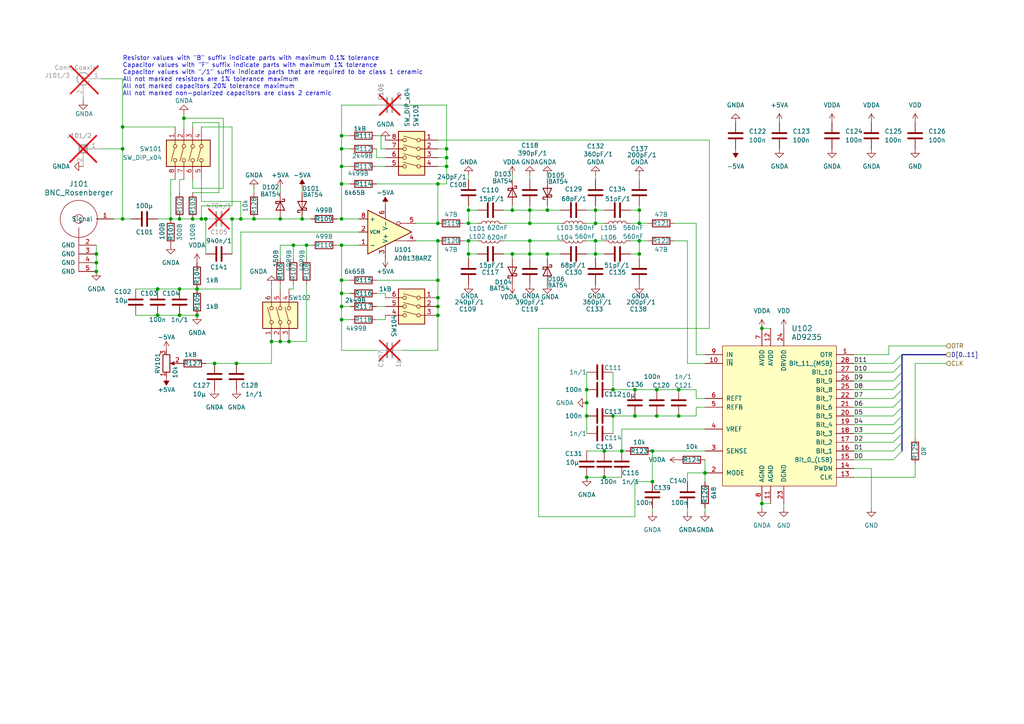
<source format=kicad_sch>
(kicad_sch (version 20250114) (generator "eeschema") (generator_version "9.0")
  (paper "A4")
  (title_block (title "MISRC") (date "2025-08-10") (rev "2.5") (comment 1 "Analog input + ADC"))
  (text "Resistor values with \"B\" suffix indicate parts with maximum 0.1% tolerance\nCapacitor values with \"F\" suffix indicate parts with maximum 1% tolerance\nCapacitor values with \"/1\" suffix indicate parts that are required to be class 1 ceramic\nAll not marked resistors are 1% tolerance maximum\nAll not marked capacitors 20% tolerance maximum\nAll not marked non-polarized capacitors are class 2 ceramic" (at 35.56 27.94 0) (effects (font (size 1.27 1.27)) (justify left bottom)))
  (junction (at 27.94 76.2))
  (junction (at 99.06 53.34))
  (junction (at 127 64.77))
  (junction (at 170.18 116.84))
  (junction (at 170.18 120.65))
  (junction (at 185.42 69.85))
  (junction (at 68.58 105.41))
  (junction (at 170.18 113.03))
  (junction (at 99.06 92.71))
  (junction (at 153.67 69.85))
  (junction (at 185.42 64.77))
  (junction (at 170.18 138.43))
  (junction (at 184.15 113.03))
  (junction (at 177.8 120.65))
  (junction (at 49.53 63.5))
  (junction (at 158.75 60.96))
  (junction (at 172.72 60.96))
  (junction (at 135.89 60.96))
  (junction (at 99.06 43.18))
  (junction (at 196.85 113.03))
  (junction (at 153.67 64.77))
  (junction (at 55.88 63.5))
  (junction (at 85.09 71.12))
  (junction (at 153.67 60.96))
  (junction (at 220.98 146.05))
  (junction (at 52.07 91.44))
  (junction (at 59.69 63.5))
  (junction (at 185.42 60.96))
  (junction (at 175.26 138.43))
  (junction (at 99.06 81.28))
  (junction (at 127 53.34))
  (junction (at 177.8 113.03))
  (junction (at 99.06 48.26))
  (junction (at 190.5 113.03))
  (junction (at 52.07 63.5))
  (junction (at 180.34 130.81))
  (junction (at 99.06 63.5))
  (junction (at 127 81.28))
  (junction (at 196.85 120.65))
  (junction (at 220.98 95.25))
  (junction (at 35.56 63.5))
  (junction (at 57.15 91.44))
  (junction (at 35.56 43.18))
  (junction (at 35.56 36.83))
  (junction (at 127 91.44))
  (junction (at 87.63 63.5))
  (junction (at 184.15 120.65))
  (junction (at 57.15 83.82))
  (junction (at 83.82 99.06))
  (junction (at 73.66 63.5))
  (junction (at 135.89 64.77))
  (junction (at 99.06 85.09))
  (junction (at 58.42 63.5))
  (junction (at 45.72 83.82))
  (junction (at 62.23 105.41))
  (junction (at 129.54 48.26))
  (junction (at 27.94 73.66))
  (junction (at 135.89 69.85))
  (junction (at 189.23 139.7))
  (junction (at 185.42 73.66))
  (junction (at 78.74 99.06))
  (junction (at 135.89 73.66))
  (junction (at 69.85 63.5))
  (junction (at 45.72 91.44))
  (junction (at 172.72 64.77))
  (junction (at 189.23 130.81))
  (junction (at 99.06 39.37))
  (junction (at 175.26 130.81))
  (junction (at 27.94 78.74))
  (junction (at 127 86.36))
  (junction (at 148.59 73.66))
  (junction (at 127 88.9))
  (junction (at 148.59 60.96))
  (junction (at 67.31 63.5))
  (junction (at 53.34 34.29))
  (junction (at 172.72 69.85))
  (junction (at 172.72 73.66))
  (junction (at 52.07 83.82))
  (junction (at 99.06 71.12))
  (junction (at 190.5 120.65))
  (junction (at 127 69.85))
  (junction (at 129.54 45.72))
  (junction (at 81.28 63.5))
  (junction (at 153.67 73.66))
  (junction (at 99.06 88.9))
  (junction (at 88.9 71.12))
  (junction (at 81.28 99.06))
  (junction (at 129.54 43.18))
  (junction (at 158.75 73.66))
  (junction (at 204.47 137.16))
  (bus_entry (at 261.62 110.49) (size -2.54 2.54))
  (bus_entry (at 261.62 128.27) (size -2.54 2.54))
  (bus_entry (at 261.62 105.41) (size -2.54 2.54))
  (bus_entry (at 261.62 115.57) (size -2.54 2.54))
  (bus_entry (at 261.62 130.81) (size -2.54 2.54))
  (bus_entry (at 261.62 123.19) (size -2.54 2.54))
  (bus_entry (at 261.62 113.03) (size -2.54 2.54))
  (bus_entry (at 261.62 102.87) (size -2.54 2.54))
  (bus_entry (at 261.62 125.73) (size -2.54 2.54))
  (bus_entry (at 261.62 120.65) (size -2.54 2.54))
  (bus_entry (at 261.62 118.11) (size -2.54 2.54))
  (bus_entry (at 261.62 107.95) (size -2.54 2.54))
  (wire (pts (xy 247.65 105.41) (xy 259.08 105.41)))
  (wire (pts (xy 69.85 63.5) (xy 73.66 63.5)))
  (wire (pts (xy 227.33 147.32) (xy 227.33 146.05)))
  (wire (pts (xy 45.72 63.5) (xy 49.53 63.5)))
  (wire (pts (xy 55.88 55.88) (xy 63.5 55.88)))
  (wire (pts (xy 62.23 105.41) (xy 68.58 105.41)))
  (wire (pts (xy 99.06 88.9) (xy 101.6 88.9)))
  (wire (pts (xy 109.22 45.72) (xy 111.76 45.72)))
  (wire (pts (xy 69.85 58.42) (xy 69.85 63.5)))
  (wire (pts (xy 265.43 105.41) (xy 265.43 127)))
  (wire (pts (xy 265.43 105.41) (xy 274.32 105.41)))
  (bus (pts (xy 261.62 105.41) (xy 261.62 107.95)))
  (wire (pts (xy 55.88 35.56) (xy 55.88 36.83)))
  (wire (pts (xy 58.42 63.5) (xy 59.69 63.5)))
  (wire (pts (xy 58.42 52.07) (xy 58.42 58.42)))
  (wire (pts (xy 27.94 73.66) (xy 27.94 76.2)))
  (wire (pts (xy 158.75 60.96) (xy 162.56 60.96)))
  (wire (pts (xy 99.06 53.34) (xy 99.06 63.5)))
  (wire (pts (xy 85.09 83.82) (xy 85.09 82.55)))
  (wire (pts (xy 58.42 58.42) (xy 69.85 58.42)))
  (wire (pts (xy 99.06 43.18) (xy 101.6 43.18)))
  (bus (pts (xy 261.62 120.65) (xy 261.62 123.19)))
  (wire (pts (xy 185.42 64.77) (xy 187.96 64.77)))
  (wire (pts (xy 158.75 73.66) (xy 158.75 74.93)))
  (wire (pts (xy 101.6 92.71) (xy 99.06 92.71)))
  (wire (pts (xy 153.67 60.96) (xy 153.67 64.77)))
  (wire (pts (xy 109.22 92.71) (xy 111.76 92.71)))
  (wire (pts (xy 172.72 60.96) (xy 175.26 60.96)))
  (wire (pts (xy 127 101.6) (xy 127 91.44)))
  (wire (pts (xy 172.72 64.77) (xy 175.26 64.77)))
  (wire (pts (xy 190.5 120.65) (xy 196.85 120.65)))
  (wire (pts (xy 129.54 53.34) (xy 127 53.34)))
  (wire (pts (xy 148.59 73.66) (xy 153.67 73.66)))
  (wire (pts (xy 247.65 107.95) (xy 259.08 107.95)))
  (bus (pts (xy 261.62 128.27) (xy 261.62 130.81)))
  (wire (pts (xy 146.05 64.77) (xy 153.67 64.77)))
  (wire (pts (xy 257.81 102.87) (xy 257.81 100.33)))
  (wire (pts (xy 88.9 82.55) (xy 88.9 99.06)))
  (wire (pts (xy 204.47 137.16) (xy 204.47 139.7)))
  (wire (pts (xy 67.31 63.5) (xy 67.31 73.66)))
  (wire (pts (xy 184.15 113.03) (xy 190.5 113.03)))
  (wire (pts (xy 170.18 113.03) (xy 170.18 116.84)))
  (wire (pts (xy 111.76 85.09) (xy 111.76 86.36)))
  (wire (pts (xy 265.43 134.62) (xy 265.43 138.43)))
  (wire (pts (xy 220.98 146.05) (xy 220.98 147.32)))
  (wire (pts (xy 177.8 107.95) (xy 177.8 113.03)))
  (wire (pts (xy 247.65 110.49) (xy 259.08 110.49)))
  (wire (pts (xy 177.8 113.03) (xy 184.15 113.03)))
  (wire (pts (xy 189.23 139.7) (xy 184.15 139.7)))
  (wire (pts (xy 27.94 71.12) (xy 27.94 73.66)))
  (bus (pts (xy 261.62 123.19) (xy 261.62 125.73)))
  (wire (pts (xy 195.58 64.77) (xy 201.93 64.77)))
  (wire (pts (xy 182.88 64.77) (xy 185.42 64.77)))
  (wire (pts (xy 88.9 74.93) (xy 88.9 71.12)))
  (wire (pts (xy 35.56 43.18) (xy 35.56 63.5)))
  (wire (pts (xy 81.28 71.12) (xy 81.28 74.93)))
  (bus (pts (xy 261.62 125.73) (xy 261.62 128.27)))
  (wire (pts (xy 220.98 95.25) (xy 223.52 95.25)))
  (wire (pts (xy 55.88 63.5) (xy 58.42 63.5)))
  (wire (pts (xy 129.54 48.26) (xy 129.54 53.34)))
  (wire (pts (xy 182.88 60.96) (xy 185.42 60.96)))
  (wire (pts (xy 83.82 83.82) (xy 85.09 83.82)))
  (wire (pts (xy 116.84 101.6) (xy 127 101.6)))
  (wire (pts (xy 170.18 138.43) (xy 175.26 138.43)))
  (wire (pts (xy 148.59 73.66) (xy 148.59 74.93)))
  (wire (pts (xy 99.06 30.48) (xy 109.22 30.48)))
  (wire (pts (xy 177.8 120.65) (xy 184.15 120.65)))
  (wire (pts (xy 127 69.85) (xy 127 81.28)))
  (bus (pts (xy 261.62 102.87) (xy 274.32 102.87)))
  (wire (pts (xy 148.59 60.96) (xy 153.67 60.96)))
  (wire (pts (xy 170.18 120.65) (xy 170.18 125.73)))
  (bus (pts (xy 261.62 113.03) (xy 261.62 115.57)))
  (wire (pts (xy 83.82 99.06) (xy 88.9 99.06)))
  (wire (pts (xy 87.63 54.61) (xy 87.63 55.88)))
  (wire (pts (xy 148.59 50.8) (xy 148.59 52.07)))
  (wire (pts (xy 63.5 55.88) (xy 63.5 35.56)))
  (wire (pts (xy 189.23 130.81) (xy 189.23 139.7)))
  (wire (pts (xy 127 40.64) (xy 205.74 40.64)))
  (wire (pts (xy 180.34 124.46) (xy 204.47 124.46)))
  (wire (pts (xy 53.34 34.29) (xy 53.34 36.83)))
  (wire (pts (xy 135.89 73.66) (xy 138.43 73.66)))
  (wire (pts (xy 175.26 130.81) (xy 180.34 130.81)))
  (wire (pts (xy 146.05 60.96) (xy 148.59 60.96)))
  (wire (pts (xy 182.88 73.66) (xy 185.42 73.66)))
  (wire (pts (xy 58.42 36.83) (xy 67.31 36.83)))
  (wire (pts (xy 29.21 43.18) (xy 35.56 43.18)))
  (wire (pts (xy 252.73 135.89) (xy 252.73 147.32)))
  (wire (pts (xy 49.53 52.07) (xy 49.53 63.5)))
  (wire (pts (xy 204.47 133.35) (xy 204.47 137.16)))
  (wire (pts (xy 85.09 71.12) (xy 81.28 71.12)))
  (wire (pts (xy 33.02 63.5) (xy 35.56 63.5)))
  (wire (pts (xy 73.66 54.61) (xy 73.66 55.88)))
  (wire (pts (xy 185.42 50.8) (xy 185.42 52.07)))
  (wire (pts (xy 39.37 91.44) (xy 45.72 91.44)))
  (wire (pts (xy 189.23 147.32) (xy 189.23 148.59)))
  (wire (pts (xy 127 88.9) (xy 127 91.44)))
  (wire (pts (xy 172.72 69.85) (xy 172.72 73.66)))
  (wire (pts (xy 156.21 149.86) (xy 184.15 149.86)))
  (wire (pts (xy 247.65 128.27) (xy 259.08 128.27)))
  (wire (pts (xy 153.67 69.85) (xy 153.67 73.66)))
  (wire (pts (xy 78.74 99.06) (xy 81.28 99.06)))
  (wire (pts (xy 153.67 73.66) (xy 158.75 73.66)))
  (wire (pts (xy 78.74 82.55) (xy 78.74 83.82)))
  (wire (pts (xy 247.65 118.11) (xy 259.08 118.11)))
  (wire (pts (xy 50.8 52.07) (xy 49.53 52.07)))
  (wire (pts (xy 101.6 39.37) (xy 99.06 39.37)))
  (wire (pts (xy 201.93 120.65) (xy 201.93 118.11)))
  (wire (pts (xy 204.47 137.16) (xy 199.39 137.16)))
  (wire (pts (xy 59.69 105.41) (xy 62.23 105.41)))
  (wire (pts (xy 201.93 115.57) (xy 201.93 113.03)))
  (wire (pts (xy 29.21 22.86) (xy 35.56 22.86)))
  (wire (pts (xy 49.53 63.5) (xy 52.07 63.5)))
  (wire (pts (xy 39.37 83.82) (xy 45.72 83.82)))
  (wire (pts (xy 101.6 85.09) (xy 99.06 85.09)))
  (wire (pts (xy 135.89 69.85) (xy 138.43 69.85)))
  (wire (pts (xy 99.06 63.5) (xy 104.14 63.5)))
  (wire (pts (xy 99.06 101.6) (xy 109.22 101.6)))
  (wire (pts (xy 99.06 71.12) (xy 104.14 71.12)))
  (wire (pts (xy 55.88 52.07) (xy 55.88 54.61)))
  (wire (pts (xy 57.15 83.82) (xy 69.85 83.82)))
  (wire (pts (xy 247.65 125.73) (xy 259.08 125.73)))
  (wire (pts (xy 109.22 39.37) (xy 110.49 39.37)))
  (wire (pts (xy 64.77 34.29) (xy 53.34 34.29)))
  (wire (pts (xy 153.67 59.69) (xy 153.67 60.96)))
  (wire (pts (xy 135.89 69.85) (xy 134.62 69.85)))
  (wire (pts (xy 99.06 48.26) (xy 99.06 53.34)))
  (wire (pts (xy 116.84 30.48) (xy 129.54 30.48)))
  (wire (pts (xy 111.76 91.44) (xy 111.76 92.71)))
  (wire (pts (xy 58.42 63.5) (xy 58.42 59.69)))
  (wire (pts (xy 135.89 64.77) (xy 138.43 64.77)))
  (wire (pts (xy 52.07 52.07) (xy 52.07 55.88)))
  (wire (pts (xy 247.65 130.81) (xy 259.08 130.81)))
  (wire (pts (xy 127 45.72) (xy 129.54 45.72)))
  (wire (pts (xy 67.31 59.69) (xy 67.31 36.83)))
  (wire (pts (xy 135.89 50.8) (xy 135.89 52.07)))
  (wire (pts (xy 172.72 59.69) (xy 172.72 60.96)))
  (wire (pts (xy 81.28 82.55) (xy 81.28 83.82)))
  (wire (pts (xy 109.22 85.09) (xy 111.76 85.09)))
  (wire (pts (xy 87.63 63.5) (xy 90.17 63.5)))
  (wire (pts (xy 185.42 59.69) (xy 185.42 60.96)))
  (wire (pts (xy 220.98 146.05) (xy 223.52 146.05)))
  (bus (pts (xy 261.62 118.11) (xy 261.62 120.65)))
  (wire (pts (xy 153.67 64.77) (xy 162.56 64.77)))
  (wire (pts (xy 99.06 85.09) (xy 99.06 81.28)))
  (wire (pts (xy 127 48.26) (xy 129.54 48.26)))
  (wire (pts (xy 185.42 69.85) (xy 187.96 69.85)))
  (wire (pts (xy 53.34 52.07) (xy 52.07 52.07)))
  (wire (pts (xy 120.65 64.77) (xy 127 64.77)))
  (wire (pts (xy 199.39 69.85) (xy 199.39 105.41)))
  (wire (pts (xy 67.31 63.5) (xy 69.85 63.5)))
  (wire (pts (xy 205.74 95.25) (xy 156.21 95.25)))
  (wire (pts (xy 204.47 115.57) (xy 201.93 115.57)))
  (wire (pts (xy 81.28 63.5) (xy 87.63 63.5)))
  (wire (pts (xy 135.89 60.96) (xy 135.89 64.77)))
  (wire (pts (xy 99.06 88.9) (xy 99.06 92.71)))
  (wire (pts (xy 185.42 69.85) (xy 185.42 73.66)))
  (wire (pts (xy 50.8 36.83) (xy 35.56 36.83)))
  (wire (pts (xy 110.49 43.18) (xy 111.76 43.18)))
  (wire (pts (xy 109.22 88.9) (xy 111.76 88.9)))
  (wire (pts (xy 69.85 67.31) (xy 69.85 83.82)))
  (wire (pts (xy 158.75 50.8) (xy 158.75 52.07)))
  (wire (pts (xy 247.65 102.87) (xy 257.81 102.87)))
  (wire (pts (xy 63.5 35.56) (xy 55.88 35.56)))
  (wire (pts (xy 199.39 105.41) (xy 204.47 105.41)))
  (wire (pts (xy 201.93 118.11) (xy 204.47 118.11)))
  (wire (pts (xy 170.18 64.77) (xy 172.72 64.77)))
  (wire (pts (xy 64.77 34.29) (xy 64.77 54.61)))
  (wire (pts (xy 170.18 73.66) (xy 172.72 73.66)))
  (wire (pts (xy 127 81.28) (xy 127 86.36)))
  (wire (pts (xy 153.67 69.85) (xy 162.56 69.85)))
  (wire (pts (xy 170.18 69.85) (xy 172.72 69.85)))
  (wire (pts (xy 53.34 33.02) (xy 53.34 34.29)))
  (wire (pts (xy 153.67 74.93) (xy 153.67 73.66)))
  (wire (pts (xy 109.22 53.34) (xy 127 53.34)))
  (wire (pts (xy 180.34 130.81) (xy 181.61 130.81)))
  (wire (pts (xy 195.58 69.85) (xy 199.39 69.85)))
  (wire (pts (xy 146.05 73.66) (xy 148.59 73.66)))
  (wire (pts (xy 27.94 76.2) (xy 27.94 78.74)))
  (wire (pts (xy 45.72 83.82) (xy 52.07 83.82)))
  (wire (pts (xy 177.8 120.65) (xy 177.8 125.73)))
  (wire (pts (xy 129.54 45.72) (xy 129.54 48.26)))
  (wire (pts (xy 109.22 48.26) (xy 111.76 48.26)))
  (wire (pts (xy 247.65 138.43) (xy 265.43 138.43)))
  (wire (pts (xy 204.47 102.87) (xy 201.93 102.87)))
  (bus (pts (xy 261.62 102.87) (xy 261.62 105.41)))
  (wire (pts (xy 190.5 113.03) (xy 196.85 113.03)))
  (wire (pts (xy 158.75 59.69) (xy 158.75 60.96)))
  (wire (pts (xy 99.06 43.18) (xy 99.06 48.26)))
  (wire (pts (xy 196.85 120.65) (xy 201.93 120.65)))
  (wire (pts (xy 201.93 102.87) (xy 201.93 64.77)))
  (wire (pts (xy 135.89 59.69) (xy 135.89 60.96)))
  (wire (pts (xy 52.07 83.82) (xy 57.15 83.82)))
  (wire (pts (xy 135.89 73.66) (xy 135.89 69.85)))
  (wire (pts (xy 170.18 60.96) (xy 172.72 60.96)))
  (wire (pts (xy 99.06 88.9) (xy 99.06 85.09)))
  (wire (pts (xy 97.79 63.5) (xy 99.06 63.5)))
  (wire (pts (xy 59.69 63.5) (xy 59.69 73.66)))
  (wire (pts (xy 205.74 40.64) (xy 205.74 95.25)))
  (wire (pts (xy 24.13 27.94) (xy 24.13 29.21)))
  (wire (pts (xy 58.42 59.69) (xy 67.31 59.69)))
  (wire (pts (xy 55.88 54.61) (xy 64.77 54.61)))
  (wire (pts (xy 185.42 74.93) (xy 185.42 73.66)))
  (wire (pts (xy 99.06 81.28) (xy 101.6 81.28)))
  (wire (pts (xy 127 86.36) (xy 127 88.9)))
  (wire (pts (xy 199.39 148.59) (xy 199.39 147.32)))
  (wire (pts (xy 247.65 120.65) (xy 259.08 120.65)))
  (wire (pts (xy 45.72 91.44) (xy 52.07 91.44)))
  (wire (pts (xy 247.65 115.57) (xy 259.08 115.57)))
  (wire (pts (xy 172.72 50.8) (xy 172.72 52.07)))
  (wire (pts (xy 127 53.34) (xy 127 64.77)))
  (wire (pts (xy 182.88 69.85) (xy 185.42 69.85)))
  (wire (pts (xy 97.79 71.12) (xy 99.06 71.12)))
  (wire (pts (xy 170.18 116.84) (xy 170.18 120.65)))
  (wire (pts (xy 172.72 73.66) (xy 175.26 73.66)))
  (wire (pts (xy 189.23 130.81) (xy 204.47 130.81)))
  (wire (pts (xy 73.66 63.5) (xy 81.28 63.5)))
  (wire (pts (xy 172.72 60.96) (xy 172.72 64.77)))
  (wire (pts (xy 99.06 81.28) (xy 99.06 71.12)))
  (wire (pts (xy 35.56 36.83) (xy 35.56 43.18)))
  (wire (pts (xy 109.22 43.18) (xy 109.22 45.72)))
  (wire (pts (xy 69.85 67.31) (xy 104.14 67.31)))
  (wire (pts (xy 148.59 59.69) (xy 148.59 60.96)))
  (wire (pts (xy 247.65 135.89) (xy 252.73 135.89)))
  (wire (pts (xy 247.65 113.03) (xy 259.08 113.03)))
  (wire (pts (xy 153.67 60.96) (xy 158.75 60.96)))
  (wire (pts (xy 127 43.18) (xy 129.54 43.18)))
  (wire (pts (xy 85.09 74.93) (xy 85.09 71.12)))
  (wire (pts (xy 68.58 105.41) (xy 78.74 105.41)))
  (wire (pts (xy 88.9 71.12) (xy 85.09 71.12)))
  (wire (pts (xy 135.89 64.77) (xy 134.62 64.77)))
  (wire (pts (xy 184.15 139.7) (xy 184.15 149.86)))
  (wire (pts (xy 158.75 73.66) (xy 162.56 73.66)))
  (wire (pts (xy 109.22 81.28) (xy 127 81.28)))
  (wire (pts (xy 146.05 69.85) (xy 153.67 69.85)))
  (wire (pts (xy 52.07 63.5) (xy 55.88 63.5)))
  (wire (pts (xy 170.18 130.81) (xy 175.26 130.81)))
  (wire (pts (xy 247.65 123.19) (xy 259.08 123.19)))
  (wire (pts (xy 172.72 69.85) (xy 175.26 69.85)))
  (bus (pts (xy 261.62 115.57) (xy 261.62 118.11)))
  (wire (pts (xy 35.56 22.86) (xy 35.56 36.83)))
  (wire (pts (xy 129.54 30.48) (xy 129.54 43.18)))
  (wire (pts (xy 99.06 39.37) (xy 99.06 30.48)))
  (wire (pts (xy 38.1 63.5) (xy 35.56 63.5)))
  (wire (pts (xy 99.06 92.71) (xy 99.06 101.6)))
  (wire (pts (xy 99.06 53.34) (xy 101.6 53.34)))
  (wire (pts (xy 153.67 50.8) (xy 153.67 52.07)))
  (wire (pts (xy 175.26 138.43) (xy 180.34 138.43)))
  (wire (pts (xy 99.06 39.37) (xy 99.06 43.18)))
  (wire (pts (xy 52.07 91.44) (xy 57.15 91.44)))
  (wire (pts (xy 204.47 147.32) (xy 204.47 148.59)))
  (wire (pts (xy 135.89 74.93) (xy 135.89 73.66)))
  (wire (pts (xy 184.15 120.65) (xy 190.5 120.65)))
  (wire (pts (xy 196.85 113.03) (xy 201.93 113.03)))
  (wire (pts (xy 110.49 39.37) (xy 110.49 43.18)))
  (bus (pts (xy 261.62 110.49) (xy 261.62 113.03)))
  (wire (pts (xy 172.72 74.93) (xy 172.72 73.66)))
  (wire (pts (xy 247.65 133.35) (xy 259.08 133.35)))
  (wire (pts (xy 88.9 71.12) (xy 90.17 71.12)))
  (wire (pts (xy 120.65 69.85) (xy 127 69.85)))
  (wire (pts (xy 135.89 60.96) (xy 138.43 60.96)))
  (wire (pts (xy 78.74 99.06) (xy 78.74 105.41)))
  (wire (pts (xy 199.39 137.16) (xy 199.39 139.7)))
  (wire (pts (xy 257.81 100.33) (xy 274.32 100.33)))
  (wire (pts (xy 99.06 48.26) (xy 101.6 48.26)))
  (bus (pts (xy 261.62 107.95) (xy 261.62 110.49)))
  (wire (pts (xy 81.28 54.61) (xy 81.28 55.88)))
  (wire (pts (xy 129.54 43.18) (xy 129.54 45.72)))
  (wire (pts (xy 81.28 99.06) (xy 83.82 99.06)))
  (wire (pts (xy 180.34 130.81) (xy 180.34 124.46)))
  (wire (pts (xy 156.21 95.25) (xy 156.21 149.86)))
  (wire (pts (xy 170.18 107.95) (xy 170.18 113.03)))
  (wire (pts (xy 185.42 60.96) (xy 185.42 64.77)))
  (label "D7" (at 247.65 115.57 0))
  (label "D6" (at 247.65 118.11 0))
  (label "D1" (at 247.65 130.81 0))
  (label "D10" (at 247.65 107.95 0))
  (label "D2" (at 247.65 128.27 0))
  (label "D11" (at 247.65 105.41 0))
  (label "D8" (at 247.65 113.03 0))
  (label "D4" (at 247.65 123.19 0))
  (label "D9" (at 247.65 110.49 0))
  (label "D5" (at 247.65 120.65 0))
  (label "D0" (at 247.65 133.35 0))
  (label "D3" (at 247.65 125.73 0))
  (hierarchical_label "CLK" (shape input) (at 274.32 105.41 0))
  (hierarchical_label "OTR" (shape input) (at 274.32 100.33 0))
  (hierarchical_label "D[0..11]" (shape input) (at 274.32 102.87 0))
  (symbol (lib_id "Device:R") (at 191.77 69.85 90) (unit 1)
    (property "Reference" "R122" (at 191.77 69.85 90))
    (property "Value" "47B" (at 191.77 72.39 90))
    (property "Footprint" "Resistor_SMD:R_0603_1608Metric" (effects (hide yes)))
    (property "Manufacturer_Part_Number" "RT0603BRD0747RL" (effects (hide yes)))
    (property "LCSC Part #" "C326724" (effects (hide yes)))
    (property "Max Tolerance" "0.1%" (effects (hide yes)))
  )
  (symbol (lib_id "Device:D_Schottky") (at 148.59 55.88 270) (unit 1)
    (property "Reference" "D103" (at 143.256 50.4824 90) (effects (justify left)))
    (property "Value" "BAT54" (at 142.748 52.5144 90) (effects (justify left)))
    (property "Footprint" "Diode_SMD:D_SOD-323" (effects (hide yes)))
    (property "Description" "Schottky diode" (effects (hide yes)))
    (property "Manufacturer_Part_Number" "BAT54H" (effects (hide yes)))
    (property "LCSC Part #" "C5381403" (effects (hide yes)))
  )
  (symbol (lib_id "Device:R") (at 204.47 143.51 180) (unit 1)
    (property "Reference" "R126" (at 204.47 146.05 90) (effects (justify right)))
    (property "Value" "6k8" (at 207.01 144.78 90) (effects (justify right)))
    (property "Footprint" "Resistor_SMD:R_0603_1608Metric" (effects (hide yes)))
    (property "Manufacturer_Part_Number" "0603WAF6801T5E" (effects (hide yes)))
    (property "LCSC Part #" "C23212" (effects (hide yes)))
    (property "Max Tolerance" "0.1%" (effects (hide yes)))
  )
  (symbol (lib_id "Device:C") (at 173.99 120.65 90) (unit 1)
    (property "Reference" "C113" (at 177.8 119.38 90))
    (property "Value" "100n" (at 166.37 120.65 90))
    (property "Footprint" "Capacitor_SMD:C_0603_1608Metric" (effects (hide yes)))
    (property "Manufacturer_Part_Number" "CC0603KRX7R9BB104" (effects (hide yes)))
    (property "LCSC Part #" "C14663" (effects (hide yes)))
    (property "Max Tolerance" "10%" (effects (hide yes)))
    (property "Capacitor Ceramic" "X7R" (effects (hide yes)))
  )
  (symbol (lib_id "power:GNDA") (at 24.13 48.26 270) (unit 1)
    (property "Reference" "#PWR0253" (effects (hide yes)))
    (property "Value" "GNDA" (at 20.32 48.26 90) (effects (justify right)))
  )
  (symbol (lib_id "Device:L") (at 142.24 69.85 270) (unit 1)
    (property "Reference" "L102" (at 138.43 68.58 90))
    (property "Value" "620nF" (at 144.272 68.834 90))
    (property "Footprint" "Inductor_SMD:L_1008_2520Metric" (effects (hide yes)))
    (property "Description" "Inductor" (effects (hide yes)))
    (property "Manufacturer_Part_Number" "FEC1008CP-R62G-LRH" (effects (hide yes)))
    (property "LCSC Part #" "C346452" (effects (hide yes)))
    (property "Max Tolerance" "2%" (effects (hide yes)))
  )
  (symbol (lib_id "Device:C") (at 241.3 39.37 0) (unit 1)
    (property "Reference" "C124" (at 245.11 38.1 0) (effects (justify left)))
    (property "Value" "100n" (at 245.11 40.64 0) (effects (justify left)))
    (property "Footprint" "Capacitor_SMD:C_0603_1608Metric" (effects (hide yes)))
    (property "Manufacturer_Part_Number" "CC0603KRX7R9BB104" (effects (hide yes)))
    (property "LCSC Part #" "C14663" (effects (hide yes)))
    (property "Max Tolerance" "10%" (effects (hide yes)))
    (property "Capacitor Ceramic" "X7R" (effects (hide yes)))
  )
  (symbol (lib_id "power:GND") (at 252.73 147.32 0) (unit 1)
    (property "Reference" "#PWR0138" (effects (hide yes)))
    (property "Value" "GND" (at 252.73 152.4 0))
  )
  (symbol (lib_id "power:GNDA") (at 241.3 43.18 0) (unit 1)
    (property "Reference" "#PWR0137" (effects (hide yes)))
    (property "Value" "GNDA" (at 241.3 48.26 0))
  )
  (symbol (lib_id "power:GNDA") (at 57.15 91.44 0) (unit 1)
    (property "Reference" "#PWR0114" (effects (hide yes)))
    (property "Value" "GNDA" (at 57.15 96.52 0))
  )
  (symbol (lib_id "Device:R") (at 130.81 69.85 90) (unit 1)
    (property "Reference" "R120" (at 130.81 69.85 90))
    (property "Value" "47B" (at 130.81 72.39 90))
    (property "Footprint" "Resistor_SMD:R_0603_1608Metric" (effects (hide yes)))
    (property "Manufacturer_Part_Number" "RT0603BRD0747RL" (effects (hide yes)))
    (property "LCSC Part #" "C326724" (effects (hide yes)))
    (property "Max Tolerance" "0.1%" (effects (hide yes)))
  )
  (symbol (lib_id "Device:D_Schottky") (at 87.63 59.69 90) (unit 1)
    (property "Reference" "D101" (at 92.71 54.6736 90) (effects (justify left)))
    (property "Value" "BAT54" (at 93.726 56.4516 90) (effects (justify left)))
    (property "Footprint" "Diode_SMD:D_SOD-323" (effects (hide yes)))
    (property "Description" "Schottky diode" (effects (hide yes)))
    (property "Manufacturer_Part_Number" "BAT54H" (effects (hide yes)))
    (property "LCSC Part #" "C5381403" (effects (hide yes)))
  )
  (symbol (lib_id "Device:C") (at 184.15 116.84 0) (unit 1)
    (property "Reference" "C136" (at 181.61 111.506 0) (effects (justify left)))
    (property "Value" "10µ" (at 180.34 114.554 0) (effects (justify left)))
    (property "Footprint" "Capacitor_SMD:C_0805_2012Metric" (effects (hide yes)))
    (property "Manufacturer_Part_Number" "GRM21BR61H106KE43L" (effects (hide yes)))
    (property "LCSC Part #" "C440198" (effects (hide yes)))
    (property "Max Tolerance" "20%" (effects (hide yes)))
    (property "Capacitor Ceramic" "X7R" (effects (hide yes)))
  )
  (symbol (lib_id "power:GNDA") (at 49.53 71.12 0) (unit 1)
    (property "Reference" "#PWR0111" (effects (hide yes)))
    (property "Value" "GNDA" (at 49.53 76.2 0))
  )
  (symbol (lib_id "power:GNDA") (at 153.67 82.55 0) (unit 1)
    (property "Reference" "#PWR293" (effects (hide yes)))
    (property "Value" "GNDA" (at 153.924 85.852 0))
  )
  (symbol (lib_id "power:+5VA") (at 48.26 101.6 0) (unit 1)
    (property "Reference" "#PWR0206" (effects (hide yes)))
    (property "Value" "-5VA" (at 48.26 97.79 0))
  )
  (symbol (lib_id "Device:R") (at 265.43 130.81 0) (unit 1)
    (property "Reference" "R125" (at 265.43 128.27 90) (effects (justify right)))
    (property "Value" "0R" (at 267.97 129.54 90) (effects (justify right)))
    (property "Footprint" "Resistor_SMD:R_0603_1608Metric" (effects (hide yes)))
    (property "Manufacturer_Part_Number" "0603WAF0000T5E" (effects (hide yes)))
    (property "LCSC Part #" "C21189" (effects (hide yes)))
  )
  (symbol (lib_id "Device:C") (at 113.03 30.48 90) (unit 1) (dnp yes)
    (property "Reference" "C106" (at 110.49 29.21 0) (effects (justify left)))
    (property "Value" "1p" (at 115.57 29.21 0) (effects (justify left)))
    (property "Footprint" "Capacitor_SMD:C_0603_1608Metric" (effects (hide yes)))
    (property "Capacitor Ceramic" "NP0/C0G" (effects (hide yes)))
  )
  (symbol (lib_id "power:VDDA") (at 196.85 133.35 90) (unit 1)
    (property "Reference" "#PWR0210" (effects (hide yes)))
    (property "Value" "VDDA" (at 193.04 133.3499 90) (effects (justify left)))
  )
  (symbol (lib_id "power:GNDA") (at 170.18 138.43 0) (unit 1)
    (property "Reference" "#PWR0122" (effects (hide yes)))
    (property "Value" "GNDA" (at 170.18 143.51 0))
  )
  (symbol (lib_id "Connector_Generic_Shielded:Conn_01x01_Shielded") (at 24.13 43.18 0) (mirror y) (unit 1) (dnp yes)
    (property "Reference" "J101/2" (at 26.67 39.37 0) (effects (justify left)))
    (property "Value" "Conn_01x01_Shielded" (effects (hide yes)))
    (property "Footprint" "Footprints:SMA_Amphenol_901-144_Horizontal" (effects (hide yes)))
    (property "Manufacturer_Part_Number" "CONSMA002-L-G" (effects (hide yes)))
  )
  (symbol (lib_id "power:GNDA") (at 158.75 50.8 180) (unit 1)
    (property "Reference" "#PWR297" (effects (hide yes)))
    (property "Value" "GNDA" (at 158.75 46.99 0))
  )
  (symbol (lib_id "Device:C") (at 170.18 134.62 0) (unit 1)
    (property "Reference" "C131" (at 163.83 131.572 0) (effects (justify left)))
    (property "Value" "10µ" (at 164.084 134.112 0) (effects (justify left)))
    (property "Footprint" "Capacitor_SMD:C_0805_2012Metric" (effects (hide yes)))
    (property "Manufacturer_Part_Number" "GRM21BR61H106KE43L" (effects (hide yes)))
    (property "LCSC Part #" "C440198" (effects (hide yes)))
    (property "Max Tolerance" "20%" (effects (hide yes)))
    (property "Capacitor Ceramic" "X7R" (effects (hide yes)))
  )
  (symbol (lib_id "power:GND") (at 265.43 43.18 0) (unit 1)
    (property "Reference" "#PWR0142" (effects (hide yes)))
    (property "Value" "GND" (at 265.43 48.26 0))
  )
  (symbol (lib_id "power:GNDA") (at 252.73 43.18 0) (unit 1)
    (property "Reference" "#PWR0140" (effects (hide yes)))
    (property "Value" "GNDA" (at 252.73 48.26 0))
  )
  (symbol (lib_id "power:VDD") (at 265.43 35.56 0) (unit 1)
    (property "Reference" "#PWR0141" (effects (hide yes)))
    (property "Value" "VDD" (at 265.43 30.48 0))
  )
  (symbol (lib_id "power:GNDA") (at 185.42 82.55 0) (unit 1)
    (property "Reference" "#PWR396" (effects (hide yes)))
    (property "Value" "GNDA" (at 185.674 85.852 0))
  )
  (symbol (lib_id "Connector:Conn_Coaxial") (at 24.13 22.86 0) (mirror y) (unit 1) (dnp yes)
    (property "Reference" "J101/3" (at 20.32 21.8831 0) (effects (justify left)))
    (property "Value" "Conn_Coaxial" (at 28.702 19.5971 0) (effects (justify left)))
    (property "Footprint" "Connector_Coaxial:BNC_Amphenol_B6252HB-NPP3G-50_Horizontal" (effects (hide yes)))
    (property "Description" "coaxial connector (BNC, SMA, SMB, SMC, Cinch/RCA, LEMO, ...)" (effects (hide yes)))
  )
  (symbol (lib_id "Device:C") (at 213.36 39.37 0) (unit 1)
    (property "Reference" "C122" (at 217.17 38.1 0) (effects (justify left)))
    (property "Value" "100n" (at 217.17 40.64 0) (effects (justify left)))
    (property "Footprint" "Capacitor_SMD:C_0603_1608Metric" (effects (hide yes)))
    (property "Manufacturer_Part_Number" "CC0603KRX7R9BB104" (effects (hide yes)))
    (property "LCSC Part #" "C14663" (effects (hide yes)))
    (property "Max Tolerance" "10%" (effects (hide yes)))
    (property "Capacitor Ceramic" "X7R" (effects (hide yes)))
  )
  (symbol (lib_id "Device:L") (at 142.24 64.77 90) (unit 1)
    (property "Reference" "L101" (at 138.43 66.294 90))
    (property "Value" "620nF" (at 144.272 66.04 90))
    (property "Footprint" "Inductor_SMD:L_1008_2520Metric" (effects (hide yes)))
    (property "Description" "Inductor" (effects (hide yes)))
    (property "Manufacturer_Part_Number" "FEC1008CP-R62G-LRH" (effects (hide yes)))
    (property "LCSC Part #" "C346452" (effects (hide yes)))
    (property "Max Tolerance" "2%" (effects (hide yes)))
  )
  (symbol (lib_id "Device:R") (at 81.28 78.74 0) (mirror y) (unit 1)
    (property "Reference" "R106" (at 81.28 76.2 90) (effects (justify right)))
    (property "Value" "150B" (at 80.01 72.39 90) (effects (justify right)))
    (property "Footprint" "Resistor_SMD:R_0603_1608Metric" (effects (hide yes)))
    (property "Manufacturer_Part_Number" "RT0603BRD07150RL" (effects (hide yes)))
    (property "LCSC Part #" "C705726" (effects (hide yes)))
    (property "Max Tolerance" "0.1%" (effects (hide yes)))
  )
  (symbol (lib_id "Device:C") (at 252.73 39.37 0) (unit 1)
    (property "Reference" "C125" (at 256.54 38.1 0) (effects (justify left)))
    (property "Value" "100n" (at 256.54 40.64 0) (effects (justify left)))
    (property "Footprint" "Capacitor_SMD:C_0603_1608Metric" (effects (hide yes)))
    (property "Manufacturer_Part_Number" "CC0603KRX7R9BB104" (effects (hide yes)))
    (property "LCSC Part #" "C14663" (effects (hide yes)))
    (property "Max Tolerance" "10%" (effects (hide yes)))
    (property "Capacitor Ceramic" "X7R" (effects (hide yes)))
  )
  (symbol (lib_id "power:GND") (at 227.33 147.32 0) (unit 1)
    (property "Reference" "#PWR0133" (effects (hide yes)))
    (property "Value" "GND" (at 227.33 152.4 0))
  )
  (symbol (lib_id "Device:R") (at 105.41 88.9 90) (unit 1)
    (property "Reference" "R117" (at 105.41 88.9 90))
    (property "Value" "2k49B" (at 103.124 87.122 90))
    (property "Footprint" "Resistor_SMD:R_0603_1608Metric" (effects (hide yes)))
    (property "Manufacturer_Part_Number" "RT0603BRD072K49L" (effects (hide yes)))
    (property "LCSC Part #" "C861299" (effects (hide yes)))
    (property "Max Tolerance" "0.1%" (effects (hide yes)))
  )
  (symbol (lib_id "Device:R") (at 105.41 85.09 90) (unit 1)
    (property "Reference" "R116" (at 105.41 85.09 90))
    (property "Value" "1kB" (at 111.76 83.82 90))
    (property "Footprint" "Resistor_SMD:R_0603_1608Metric" (effects (hide yes)))
    (property "Manufacturer_Part_Number" "RT0603BRD071KL" (effects (hide yes)))
    (property "LCSC Part #" "C110776" (effects (hide yes)))
    (property "Max Tolerance" "0.1%" (effects (hide yes)))
  )
  (symbol (lib_id "Device:R") (at 57.15 87.63 180) (unit 1)
    (property "Reference" "R105" (at 57.15 90.17 90) (effects (justify right)))
    (property "Value" "1kB" (at 59.69 88.9 0) (effects (justify right)))
    (property "Footprint" "Resistor_SMD:R_0603_1608Metric" (effects (hide yes)))
    (property "Manufacturer_Part_Number" "RT0603BRD071KL" (effects (hide yes)))
    (property "LCSC Part #" "C110776" (effects (hide yes)))
    (property "Max Tolerance" "0.1%" (effects (hide yes)))
  )
  (symbol (lib_id "Device:R") (at 55.88 105.41 270) (unit 1)
    (property "Reference" "R127" (at 58.42 105.41 90) (effects (justify right)))
    (property "Value" "1kB" (at 57.15 102.87 90) (effects (justify right)))
    (property "Footprint" "Resistor_SMD:R_0603_1608Metric" (effects (hide yes)))
    (property "Manufacturer_Part_Number" "RT0603BRD071KL" (effects (hide yes)))
    (property "LCSC Part #" "C110776" (effects (hide yes)))
    (property "Max Tolerance" "0.1%" (effects (hide yes)))
  )
  (symbol (lib_id "power:GNDA") (at 68.58 113.03 0) (mirror y) (unit 1)
    (property "Reference" "#PWR0248" (effects (hide yes)))
    (property "Value" "GNDA" (at 68.58 118.11 0))
  )
  (symbol (lib_id "power:GNDA") (at 158.75 82.55 0) (unit 1)
    (property "Reference" "#PWR299" (effects (hide yes)))
    (property "Value" "GNDA" (at 159.512 86.106 0))
  )
  (symbol (lib_id "Device:C") (at 153.67 55.88 0) (unit 1)
    (property "Reference" "C118" (at 151.13 42.164 0) (effects (justify left)))
    (property "Value" "390pF/1" (at 150.114 44.45 0) (effects (justify left)))
    (property "Footprint" "Capacitor_SMD:C_0603_1608Metric" (effects (hide yes)))
    (property "Manufacturer_Part_Number" "CC0603FRNPO9BN391" (effects (hide yes)))
    (property "LCSC Part #" "C519563" (effects (hide yes)))
    (property "Max Tolerance" "1%" (effects (hide yes)))
    (property "Capacitor Ceramic" "NP0/C0G" (effects (hide yes)))
  )
  (symbol (lib_id "Device:R") (at 105.41 81.28 90) (unit 1)
    (property "Reference" "R115" (at 105.41 81.28 90))
    (property "Value" "6k65B" (at 102.87 78.74 90))
    (property "Footprint" "Resistor_SMD:R_1206_3216Metric" (effects (hide yes)))
    (property "Manufacturer_Part_Number" "RT1206BRD076K65L" (effects (hide yes)))
    (property "LCSC Part #" "C870864" (effects (hide yes)))
    (property "Max Tolerance" "0.1%" (effects (hide yes)))
  )
  (symbol (lib_id "Device:R") (at 93.98 63.5 90) (unit 1)
    (property "Reference" "R109" (at 93.98 63.5 90))
    (property "Value" "499B" (at 93.98 60.96 90))
    (property "Footprint" "Resistor_SMD:R_1206_3216Metric" (effects (hide yes)))
    (property "Manufacturer_Part_Number" "ARG06BTC4990" (effects (hide yes)))
    (property "LCSC Part #" "C2984516" (effects (hide yes)))
    (property "Max Tolerance" "0.1%" (effects (hide yes)))
  )
  (symbol (lib_id "power:VDDA") (at 148.59 50.8 0) (unit 1)
    (property "Reference" "#PWR301" (effects (hide yes)))
    (property "Value" "VDDA" (at 148.336 46.99 0))
  )
  (symbol (lib_id "Device:C") (at 172.72 78.74 180) (unit 1)
    (property "Reference" "C133" (at 175.006 89.662 0) (effects (justify left)))
    (property "Value" "360pF/1" (at 177.546 87.63 0) (effects (justify left)))
    (property "Footprint" "Capacitor_SMD:C_0603_1608Metric" (effects (hide yes)))
    (property "Manufacturer_Part_Number" "0603N361F500CT" (effects (hide yes)))
    (property "LCSC Part #" "C3895655" (effects (hide yes)))
    (property "Max Tolerance" "1%" (effects (hide yes)))
    (property "Capacitor Ceramic" "NP0/C0G" (effects (hide yes)))
  )
  (symbol (lib_id "Device:L") (at 179.07 64.77 90) (unit 1)
    (property "Reference" "L105" (at 176.53 66.04 90))
    (property "Value" "560nF" (at 183.642 66.04 90))
    (property "Footprint" "Inductor_SMD:L_1008_2520Metric" (effects (hide yes)))
    (property "Description" "Inductor" (effects (hide yes)))
    (property "Manufacturer_Part_Number" "FEC1008CP-R56G-LRH" (effects (hide yes)))
    (property "LCSC Part #" "C346451" (effects (hide yes)))
    (property "Max Tolerance" "2%" (effects (hide yes)))
  )
  (symbol (lib_id "power:GNDA") (at 135.89 50.8 180) (unit 1)
    (property "Reference" "#PWR049" (effects (hide yes)))
    (property "Value" "GNDA" (at 135.89 46.99 0))
  )
  (symbol (lib_id "Device:R") (at 200.66 133.35 90) (unit 1)
    (property "Reference" "R124" (at 200.66 133.35 90))
    (property "Value" "10k" (at 200.66 129.54 90))
    (property "Footprint" "Resistor_SMD:R_0603_1608Metric" (effects (hide yes)))
    (property "Manufacturer_Part_Number" "0603WAF1002T5E" (effects (hide yes)))
    (property "LCSC Part #" "C25804" (effects (hide yes)))
    (property "Max Tolerance" "1%" (effects (hide yes)))
  )
  (symbol (lib_id "power:GNDA") (at 172.72 50.8 180) (unit 1)
    (property "Reference" "#PWR261" (effects (hide yes)))
    (property "Value" "GNDA" (at 172.72 46.99 0))
  )
  (symbol (lib_id "Switch:SW_DIP_x03") (at 83.82 91.44 90) (unit 1)
    (property "Reference" "SW102" (at 90.17 86.36 90) (effects (justify left)))
    (property "Value" "SW_DIP_x03" (effects (hide yes)))
    (property "Footprint" "Button_Switch_SMD:SW_DIP_SPSTx03_Slide_6.7x9.18mm_W8.61mm_P2.54mm_LowProfile" (effects (hide yes)))
    (property "Manufacturer_Part_Number" "SDA03H1SBD" (effects (hide yes)))
    (property "LCSC Part #" "C221951" (effects (hide yes)))
    (property "FT Rotation Offset" "-90" (effects (hide yes)))
    (property "Manufacturer_Name" "C & K COMPONENTS" (effects (hide yes)))
  )
  (symbol (lib_id "Device:C") (at 189.23 143.51 0) (unit 1)
    (property "Reference" "C139" (at 189.484 141.478 0) (effects (justify left)))
    (property "Value" "100n" (at 184.404 145.796 0) (effects (justify left)))
    (property "Footprint" "Capacitor_SMD:C_0603_1608Metric" (effects (hide yes)))
    (property "Manufacturer_Part_Number" "CC0603KRX7R9BB104" (effects (hide yes)))
    (property "LCSC Part #" "C14663" (effects (hide yes)))
    (property "Max Tolerance" "10%" (effects (hide yes)))
    (property "Capacitor Ceramic" "X7R" (effects (hide yes)))
  )
  (symbol (lib_id "power:GNDA") (at 53.34 33.02 0) (mirror x) (unit 1)
    (property "Reference" "#PWR0112" (effects (hide yes)))
    (property "Value" "GNDA" (at 53.34 29.21 0))
  )
  (symbol (lib_id "Device:C") (at 265.43 39.37 0) (unit 1)
    (property "Reference" "C126" (at 269.24 38.1 0) (effects (justify left)))
    (property "Value" "100n" (at 269.24 40.64 0) (effects (justify left)))
    (property "Footprint" "Capacitor_SMD:C_0603_1608Metric" (effects (hide yes)))
    (property "Manufacturer_Part_Number" "CC0603KRX7R9BB104" (effects (hide yes)))
    (property "LCSC Part #" "C14663" (effects (hide yes)))
    (property "Max Tolerance" "10%" (effects (hide yes)))
    (property "Capacitor Ceramic" "X7R" (effects (hide yes)))
  )
  (symbol (lib_id "Device:D_Schottky") (at 158.75 78.74 270) (unit 1)
    (property "Reference" "D106" (at 158.75 80.9624 90) (effects (justify left)))
    (property "Value" "BAT54" (at 158.75 82.7404 90) (effects (justify left)))
    (property "Footprint" "Diode_SMD:D_SOD-323" (effects (hide yes)))
    (property "Description" "Schottky diode" (effects (hide yes)))
    (property "Manufacturer_Part_Number" "BAT54H" (effects (hide yes)))
    (property "LCSC Part #" "C5381403" (effects (hide yes)))
  )
  (symbol (lib_id "Device:D_Schottky") (at 81.28 59.69 270) (unit 1)
    (property "Reference" "D102" (at 75.946 54.2924 90) (effects (justify left)))
    (property "Value" "BAT54" (at 75.438 56.3244 90) (effects (justify left)))
    (property "Footprint" "Diode_SMD:D_SOD-323" (effects (hide yes)))
    (property "Description" "Schottky diode" (effects (hide yes)))
    (property "Manufacturer_Part_Number" "BAT54H" (effects (hide yes)))
    (property "LCSC Part #" "C5381403" (effects (hide yes)))
  )
  (symbol (lib_id "Device:R") (at 52.07 59.69 0) (mirror y) (unit 1)
    (property "Reference" "R102" (at 52.07 57.15 90) (effects (justify right)))
    (property "Value" "300B" (at 52.07 64.77 90) (effects (justify right)))
    (property "Footprint" "Resistor_SMD:R_0603_1608Metric" (effects (hide yes)))
    (property "Manufacturer_Part_Number" "RT0603BRD07300RL" (effects (hide yes)))
    (property "LCSC Part #" "C705763" (effects (hide yes)))
    (property "Max Tolerance" "0.1%" (effects (hide yes)))
  )
  (symbol (lib_id "Device:D_Schottky") (at 148.59 78.74 90) (unit 1)
    (property "Reference" "D104" (at 148.59 81.8516 90) (effects (justify left)))
    (property "Value" "BAT54" (at 147.828 83.6296 90) (effects (justify left)))
    (property "Footprint" "Diode_SMD:D_SOD-323" (effects (hide yes)))
    (property "Description" "Schottky diode" (effects (hide yes)))
    (property "Manufacturer_Part_Number" "BAT54H" (effects (hide yes)))
    (property "LCSC Part #" "C5381403" (effects (hide yes)))
  )
  (symbol (lib_id "Device:R") (at 185.42 130.81 90) (unit 1)
    (property "Reference" "R123" (at 185.42 130.81 90))
    (property "Value" "10k" (at 185.42 128.27 90))
    (property "Footprint" "Resistor_SMD:R_0603_1608Metric" (effects (hide yes)))
    (property "Manufacturer_Part_Number" "0603WAF1002T5E" (effects (hide yes)))
    (property "LCSC Part #" "C25804" (effects (hide yes)))
    (property "Max Tolerance" "1%" (effects (hide yes)))
  )
  (symbol (lib_id "power:GNDA") (at 172.72 82.55 0) (unit 1)
    (property "Reference" "#PWR295" (effects (hide yes)))
    (property "Value" "GNDA" (at 172.974 85.852 0))
  )
  (symbol (lib_id "Device:C") (at 175.26 134.62 0) (unit 1)
    (property "Reference" "C115" (at 172.72 129.54 0) (effects (justify left)))
    (property "Value" "100n" (at 173.99 139.7 0) (effects (justify left)))
    (property "Footprint" "Capacitor_SMD:C_0603_1608Metric" (effects (hide yes)))
    (property "Manufacturer_Part_Number" "CC0603KRX7R9BB104" (effects (hide yes)))
    (property "LCSC Part #" "C14663" (effects (hide yes)))
    (property "Max Tolerance" "10%" (effects (hide yes)))
    (property "Capacitor Ceramic" "X7R" (effects (hide yes)))
  )
  (symbol (lib_id "ADC:AD9235") (at 226.06 120.65 0) (unit 1)
    (property "Reference" "U102" (at 229.5241 95.25 0) (effects (font (size 1.524 1.524)) (justify left)))
    (property "Value" "AD9235" (at 229.5241 97.79 0) (effects (font (size 1.524 1.524)) (justify left)))
    (property "Footprint" "Package_SO:TSSOP-28_4.4x9.7mm_P0.65mm" (effects (hide yes)))
    (property "Manufacturer_Part_Number" "AD9235BRUZ-40" (effects (hide yes)))
    (property "LCSC Part #" "C653331" (effects (hide yes)))
    (property "Manufacturer_Name" "Analog" (effects (hide yes)))
  )
  (symbol (lib_id "bnc_rosenberger:BNC_Rosenberger") (at 22.86 63.5 0) (unit 1)
    (property "Reference" "J101" (at 22.86 53.34 0) (effects (font (size 1.524 1.524))))
    (property "Value" "BNC_Rosenberger" (at 22.86 55.88 0) (effects (font (size 1.524 1.524))))
    (property "Footprint" "Footprints:BNC_Right_Angle-DOSIN-801-0050_5pin" (effects (hide yes)))
    (property "Manufacturer_Part_Number" "DOSIN-801-0050" (effects (hide yes)))
    (property "LCSC Part #" "C521210" (effects (hide yes)))
    (property "FT Rotation Offset" "180" (effects (hide yes)))
  )
  (symbol (lib_id "Device:L") (at 166.37 64.77 90) (unit 1)
    (property "Reference" "L103" (at 163.83 66.04 90))
    (property "Value" "560nF" (at 169.672 66.04 90))
    (property "Footprint" "Inductor_SMD:L_1008_2520Metric" (effects (hide yes)))
    (property "Description" "Inductor" (effects (hide yes)))
    (property "Manufacturer_Part_Number" "FEC1008CP-R56G-LRH" (effects (hide yes)))
    (property "LCSC Part #" "C346451" (effects (hide yes)))
    (property "Max Tolerance" "2%" (effects (hide yes)))
  )
  (symbol (lib_id "Device:R") (at 105.41 39.37 90) (unit 1)
    (property "Reference" "R111" (at 105.41 39.37 90))
    (property "Value" "1kB" (at 104.394 37.338 90))
    (property "Footprint" "Resistor_SMD:R_0603_1608Metric" (effects (hide yes)))
    (property "Manufacturer_Part_Number" "RT0603BRD071KL" (effects (hide yes)))
    (property "LCSC Part #" "C110776" (effects (hide yes)))
    (property "Max Tolerance" "0.1%" (effects (hide yes)))
  )
  (symbol (lib_id "power:GNDA") (at 111.76 40.64 180) (unit 1)
    (property "Reference" "#PWR070" (effects (hide yes)))
    (property "Value" "GNDA" (at 111.76 36.068 0))
  )
  (symbol (lib_id "power:+5VA") (at 226.06 35.56 0) (unit 1)
    (property "Reference" "#PWR0134" (effects (hide yes)))
    (property "Value" "+5VA" (at 226.06 30.48 0))
  )
  (symbol (lib_id "Device:C") (at 179.07 73.66 90) (unit 1)
    (property "Reference" "C135" (at 181.61 78.994 90) (effects (justify left)))
    (property "Value" "51pF/1" (at 182.626 76.962 90) (effects (justify left)))
    (property "Footprint" "Capacitor_SMD:C_0603_1608Metric" (effects (hide yes)))
    (property "Manufacturer_Part_Number" "CC0603FRNPO9BN510" (effects (hide yes)))
    (property "LCSC Part #" "C519494" (effects (hide yes)))
    (property "Max Tolerance" "1%" (effects (hide yes)))
    (property "Capacitor Ceramic" "NP0/C0G" (effects (hide yes)))
  )
  (symbol (lib_id "Device:C") (at 173.99 113.03 90) (unit 1)
    (property "Reference" "C112" (at 177.8 114.3 90))
    (property "Value" "100n" (at 166.37 113.03 90))
    (property "Footprint" "Capacitor_SMD:C_0603_1608Metric" (effects (hide yes)))
    (property "Manufacturer_Part_Number" "CC0603KRX7R9BB104" (effects (hide yes)))
    (property "LCSC Part #" "C14663" (effects (hide yes)))
    (property "Max Tolerance" "10%" (effects (hide yes)))
    (property "Capacitor Ceramic" "X7R" (effects (hide yes)))
  )
  (symbol (lib_id "power:VDDA") (at 220.98 95.25 0) (unit 1)
    (property "Reference" "#PWR0130" (effects (hide yes)))
    (property "Value" "VDDA" (at 220.98 90.17 0))
  )
  (symbol (lib_id "Device:C") (at 142.24 60.96 90) (unit 1)
    (property "Reference" "C110" (at 144.78 55.118 90) (effects (justify left)))
    (property "Value" "15pF/1" (at 146.304 57.658 90) (effects (justify left)))
    (property "Footprint" "Capacitor_SMD:C_0603_1608Metric" (effects (hide yes)))
    (property "Manufacturer_Part_Number" "CC0603FRNPO9BN150" (effects (hide yes)))
    (property "LCSC Part #" "C519483" (effects (hide yes)))
    (property "Max Tolerance" "1%" (effects (hide yes)))
    (property "Capacitor Ceramic" "NP0/C0G" (effects (hide yes)))
  )
  (symbol (lib_id "Device:C") (at 179.07 60.96 90) (unit 1)
    (property "Reference" "C134" (at 181.61 54.864 90) (effects (justify left)))
    (property "Value" "51pF/1" (at 182.88 57.658 90) (effects (justify left)))
    (property "Footprint" "Capacitor_SMD:C_0603_1608Metric" (effects (hide yes)))
    (property "Manufacturer_Part_Number" "CC0603FRNPO9BN510" (effects (hide yes)))
    (property "LCSC Part #" "C519494" (effects (hide yes)))
    (property "Max Tolerance" "1%" (effects (hide yes)))
    (property "Capacitor Ceramic" "NP0/C0G" (effects (hide yes)))
  )
  (symbol (lib_id "Device:C") (at 39.37 87.63 0) (unit 1)
    (property "Reference" "C102" (at 33.02 84.582 0) (effects (justify left)))
    (property "Value" "10µ" (at 33.274 87.122 0) (effects (justify left)))
    (property "Footprint" "Capacitor_SMD:C_0805_2012Metric" (effects (hide yes)))
    (property "Manufacturer_Part_Number" "GRM21BR61H106KE43L" (effects (hide yes)))
    (property "LCSC Part #" "C440198" (effects (hide yes)))
    (property "Max Tolerance" "20%" (effects (hide yes)))
    (property "Capacitor Ceramic" "X7R" (effects (hide yes)))
  )
  (symbol (lib_id "Device:C") (at 172.72 55.88 0) (unit 1)
    (property "Reference" "C132" (at 170.18 42.418 0) (effects (justify left)))
    (property "Value" "360pF/1" (at 169.164 44.704 0) (effects (justify left)))
    (property "Footprint" "Capacitor_SMD:C_0603_1608Metric" (effects (hide yes)))
    (property "Manufacturer_Part_Number" "0603N361F500CT" (effects (hide yes)))
    (property "LCSC Part #" "C3895655" (effects (hide yes)))
    (property "Max Tolerance" "1%" (effects (hide yes)))
    (property "Capacitor Ceramic" "NP0/C0G" (effects (hide yes)))
  )
  (symbol (lib_id "power:VDDA") (at 57.15 76.2 0) (unit 1)
    (property "Reference" "#PWR0113" (effects (hide yes)))
    (property "Value" "VDDA" (at 57.15 71.12 0))
  )
  (symbol (lib_id "Device:R_Potentiometer") (at 48.26 105.41 0) (mirror x) (unit 1)
    (property "Reference" "RV101" (at 45.72 105.41 90))
    (property "Value" "10k" (at 50.8 107.95 90))
    (property "Footprint" "Potentiometer_THT:Potentiometer_Bourns_3266W_Vertical" (effects (hide yes)))
    (property "Manufacturer_Part_Number" "3266W-1-103LF" (effects (hide yes)))
    (property "LCSC Part #" "C462144" (effects (hide yes)))
    (property "FT Rotation Offset" "-90" (effects (hide yes)))
    (property "Max Tolerance" "20%" (effects (hide yes)))
  )
  (symbol (lib_id "Device:C") (at 63.5 73.66 90) (mirror x) (unit 1)
    (property "Reference" "C141" (at 63.5 77.47 90))
    (property "Value" "940n/1" (at 63.5 69.85 90))
    (property "Footprint" "Capacitor_SMD:C_1812_4532Metric" (effects (hide yes)))
    (property "Manufacturer_Part_Number" "C1812C944J5JLC7805" (effects (hide yes)))
    (property "LCSC Part #" "C2180018" (effects (hide yes)))
    (property "Manufacturer_Name" "Kemet" (effects (hide yes)))
    (property "Max Tolerance" "5%" (effects (hide yes)))
    (property "Part Selection Note" "This is a stacked capacitor" (effects (hide yes)))
    (property "Capacitor Ceramic" "U2J/NP0/C0G" (effects (hide yes)))
  )
  (symbol (lib_id "power:-5VA") (at 48.26 109.22 180) (unit 1)
    (property "Reference" "#PWR0244" (effects (hide yes)))
    (property "Value" "+5VA" (at 48.26 113.03 0))
  )
  (symbol (lib_id "Device:C") (at 63.5 63.5 90) (mirror x) (unit 1) (dnp yes)
    (property "Reference" "C105" (at 63.5 67.31 90))
    (property "Value" "470n/1" (at 63.5 59.69 90))
    (property "Footprint" "Capacitor_SMD:C_2220_5750Metric" (effects (hide yes)))
    (property "Manufacturer_Part_Number" "C2220C474J5GAC" (effects (hide yes)))
    (property "LCSC Part #" "C3872921" (effects (hide yes)))
    (property "Max Tolerance" "10%" (effects (hide yes)))
    (property "Capacitor Ceramic" "U2J/NP0/C0G" (effects (hide yes)))
  )
  (symbol (lib_id "Device:R") (at 85.09 78.74 0) (mirror y) (unit 1)
    (property "Reference" "R107" (at 85.09 76.2 90) (effects (justify right)))
    (property "Value" "49R9B" (at 83.82 72.39 90) (effects (justify right)))
    (property "Footprint" "Resistor_SMD:R_0603_1608Metric" (effects (hide yes)))
    (property "Manufacturer_Part_Number" "RT0603BRD0749R9L" (effects (hide yes)))
    (property "LCSC Part #" "C861434" (effects (hide yes)))
    (property "Max Tolerance" "0.1%" (effects (hide yes)))
  )
  (symbol (lib_id "Device:C") (at 142.24 73.66 90) (unit 1)
    (property "Reference" "C117" (at 144.78 78.994 90) (effects (justify left)))
    (property "Value" "15pF/1" (at 146.304 76.962 90) (effects (justify left)))
    (property "Footprint" "Capacitor_SMD:C_0603_1608Metric" (effects (hide yes)))
    (property "Manufacturer_Part_Number" "CC0603FRNPO9BN150" (effects (hide yes)))
    (property "LCSC Part #" "C519483" (effects (hide yes)))
    (property "Max Tolerance" "1%" (effects (hide yes)))
    (property "Capacitor Ceramic" "NP0/C0G" (effects (hide yes)))
  )
  (symbol (lib_id "power:GNDA") (at 220.98 147.32 0) (unit 1)
    (property "Reference" "#PWR0131" (effects (hide yes)))
    (property "Value" "GNDA" (at 220.98 152.4 0))
  )
  (symbol (lib_id "Amplifier_Differential_AKL:AD8138ARZ") (at 111.76 67.31 0) (mirror x) (unit 1)
    (property "Reference" "U101" (at 114.3 72.39 0) (effects (justify left)))
    (property "Value" "AD8138ARZ" (at 114.3 74.93 0) (effects (justify left)))
    (property "Footprint" "Package_SO:SO-8_3.9x4.9mm_P1.27mm" (effects (hide yes)))
    (property "Datasheet" "https://www.analog.com/media/en/technical-documentation/data-sheets/AD8138.pdf" (effects (hide yes)))
    (property "Manufacturer_Part_Number" "AD8138ARZ" (effects (hide yes)))
    (property "LCSC Part #" "C652360" (effects (hide yes)))
    (property "FT Rotation Offset" "-90" (effects (hide yes)))
    (property "Manufacturer_Name" "Analog" (effects (hide yes)))
  )
  (symbol (lib_id "power:GNDA") (at 78.74 82.55 0) (mirror x) (unit 1)
    (property "Reference" "#PWR0116" (effects (hide yes)))
    (property "Value" "GNDA" (at 74.93 78.74 0))
  )
  (symbol (lib_id "Device:C") (at 173.99 107.95 90) (unit 1)
    (property "Reference" "C111" (at 177.8 106.68 90))
    (property "Value" "1n/1" (at 167.64 107.95 90))
    (property "Footprint" "Capacitor_SMD:C_0603_1608Metric" (effects (hide yes)))
    (property "Manufacturer_Part_Number" "CC0603JRNPO9BN102" (effects (hide yes)))
    (property "LCSC Part #" "C106246" (effects (hide yes)))
    (property "Max Tolerance" "10%" (effects (hide yes)))
    (property "Capacitor Ceramic" "NP0/C0G" (effects (hide yes)))
  )
  (symbol (lib_id "Device:R") (at 130.81 64.77 90) (unit 1)
    (property "Reference" "R119" (at 130.81 64.77 90))
    (property "Value" "47B" (at 130.81 62.23 90))
    (property "Footprint" "Resistor_SMD:R_0603_1608Metric" (effects (hide yes)))
    (property "Manufacturer_Part_Number" "RT0603BRD0747RL" (effects (hide yes)))
    (property "LCSC Part #" "C326724" (effects (hide yes)))
    (property "Max Tolerance" "0.1%" (effects (hide yes)))
  )
  (symbol (lib_id "Device:R") (at 105.41 43.18 90) (unit 1)
    (property "Reference" "R112" (at 105.41 43.18 90))
    (property "Value" "2k49B" (at 105.156 45.212 90))
    (property "Footprint" "Resistor_SMD:R_0603_1608Metric" (effects (hide yes)))
    (property "Manufacturer_Part_Number" "RT0603BRD072K49L" (effects (hide yes)))
    (property "LCSC Part #" "C861299" (effects (hide yes)))
    (property "Max Tolerance" "0.1%" (effects (hide yes)))
  )
  (symbol (lib_id "power:-5VA") (at 87.63 54.61 0) (unit 1)
    (property "Reference" "#PWR029" (effects (hide yes)))
    (property "Value" "-5VA" (at 87.63 50.8 0))
  )
  (symbol (lib_id "Device:C") (at 153.67 78.74 180) (unit 1)
    (property "Reference" "C119" (at 156.21 89.662 0) (effects (justify left)))
    (property "Value" "390pF/1" (at 157.988 87.63 0) (effects (justify left)))
    (property "Footprint" "Capacitor_SMD:C_0603_1608Metric" (effects (hide yes)))
    (property "Manufacturer_Part_Number" "CC0603FRNPO9BN391" (effects (hide yes)))
    (property "LCSC Part #" "C519563" (effects (hide yes)))
    (property "Max Tolerance" "1%" (effects (hide yes)))
    (property "Capacitor Ceramic" "NP0/C0G" (effects (hide yes)))
  )
  (symbol (lib_id "power:-5VA") (at 111.76 59.69 0) (unit 1)
    (property "Reference" "#PWR0117" (effects (hide yes)))
    (property "Value" "-5VA" (at 111.76 55.88 0))
  )
  (symbol (lib_id "power:GNDA") (at 226.06 43.18 0) (unit 1)
    (property "Reference" "#PWR0135" (effects (hide yes)))
    (property "Value" "GNDA" (at 226.06 48.26 0))
  )
  (symbol (lib_id "Device:R") (at 57.15 80.01 180) (unit 1)
    (property "Reference" "R104" (at 57.15 82.55 90) (effects (justify right)))
    (property "Value" "1kB" (at 59.69 81.28 0) (effects (justify right)))
    (property "Footprint" "Resistor_SMD:R_0603_1608Metric" (effects (hide yes)))
    (property "Manufacturer_Part_Number" "RT0603BRD071KL" (effects (hide yes)))
    (property "LCSC Part #" "C110776" (effects (hide yes)))
    (property "Max Tolerance" "0.1%" (effects (hide yes)))
  )
  (symbol (lib_id "Device:R") (at 105.41 53.34 90) (unit 1)
    (property "Reference" "R114" (at 105.41 53.34 90))
    (property "Value" "6k65B" (at 102.87 55.88 90))
    (property "Footprint" "Resistor_SMD:R_1206_3216Metric" (effects (hide yes)))
    (property "Manufacturer_Part_Number" "RT1206BRD076K65L" (effects (hide yes)))
    (property "LCSC Part #" "C870864" (effects (hide yes)))
    (property "Max Tolerance" "0.1%" (effects (hide yes)))
  )
  (symbol (lib_id "Device:L") (at 166.37 69.85 270) (unit 1)
    (property "Reference" "L104" (at 163.83 68.834 90))
    (property "Value" "560nF" (at 169.672 68.58 90))
    (property "Footprint" "Inductor_SMD:L_1008_2520Metric" (effects (hide yes)))
    (property "Description" "Inductor" (effects (hide yes)))
    (property "Manufacturer_Part_Number" "FEC1008CP-R56G-LRH" (effects (hide yes)))
    (property "LCSC Part #" "C346451" (effects (hide yes)))
    (property "Max Tolerance" "2%" (effects (hide yes)))
  )
  (symbol (lib_id "power:GNDA") (at 62.23 113.03 0) (mirror y) (unit 1)
    (property "Reference" "#PWR0246" (effects (hide yes)))
    (property "Value" "GNDA" (at 62.23 118.11 0))
  )
  (symbol (lib_id "power:VDDA") (at 241.3 35.56 0) (unit 1)
    (property "Reference" "#PWR0136" (effects (hide yes)))
    (property "Value" "VDDA" (at 241.3 30.48 0))
  )
  (symbol (lib_id "Device:C") (at 226.06 39.37 0) (unit 1)
    (property "Reference" "C123" (at 229.87 38.1 0) (effects (justify left)))
    (property "Value" "100n" (at 229.87 40.64 0) (effects (justify left)))
    (property "Footprint" "Capacitor_SMD:C_0603_1608Metric" (effects (hide yes)))
    (property "Manufacturer_Part_Number" "CC0603KRX7R9BB104" (effects (hide yes)))
    (property "LCSC Part #" "C14663" (effects (hide yes)))
    (property "Max Tolerance" "10%" (effects (hide yes)))
    (property "Capacitor Ceramic" "X7R" (effects (hide yes)))
  )
  (symbol (lib_id "Device:C") (at 185.42 78.74 180) (unit 1)
    (property "Reference" "C138" (at 187.706 89.662 0) (effects (justify left)))
    (property "Value" "200pF/1" (at 190.246 87.63 0) (effects (justify left)))
    (property "Footprint" "Capacitor_SMD:C_0603_1608Metric" (effects (hide yes)))
    (property "Manufacturer_Part_Number" "GCM1885C2A201FA16J" (effects (hide yes)))
    (property "LCSC Part #" "C1864235" (effects (hide yes)))
    (property "Max Tolerance" "1%" (effects (hide yes)))
    (property "Capacitor Ceramic" "NP0/C0G" (effects (hide yes)))
  )
  (symbol (lib_id "power:VDDA") (at 252.73 35.56 0) (unit 1)
    (property "Reference" "#PWR0139" (effects (hide yes)))
    (property "Value" "VDDA" (at 252.73 30.48 0))
  )
  (symbol (lib_id "Device:D_Schottky") (at 158.75 55.88 90) (unit 1)
    (property "Reference" "D105" (at 163.83 50.8636 90) (effects (justify left)))
    (property "Value" "BAT54" (at 164.846 52.6416 90) (effects (justify left)))
    (property "Footprint" "Diode_SMD:D_SOD-323" (effects (hide yes)))
    (property "Description" "Schottky diode" (effects (hide yes)))
    (property "Manufacturer_Part_Number" "BAT54H" (effects (hide yes)))
    (property "LCSC Part #" "C5381403" (effects (hide yes)))
  )
  (symbol (lib_id "power:GNDA") (at 24.13 29.21 0) (unit 1)
    (property "Reference" "#PWR017" (effects (hide yes)))
    (property "Value" "GNDA" (at 24.384 33.02 0))
  )
  (symbol (lib_id "power:GNDA") (at 27.94 78.74 0) (unit 1)
    (property "Reference" "#PWR0110" (effects (hide yes)))
    (property "Value" "GNDA" (at 27.94 83.82 0))
  )
  (symbol (lib_id "power:VDDA") (at 148.59 82.55 180) (unit 1)
    (property "Reference" "#PWR303" (effects (hide yes)))
    (property "Value" "VDDA" (at 147.574 86.106 0))
  )
  (symbol (lib_id "Device:R") (at 73.66 59.69 180) (unit 1)
    (property "Reference" "R128" (at 73.66 59.69 90))
    (property "Value" "10k" (at 71.12 59.69 90))
    (property "Footprint" "Resistor_SMD:R_0603_1608Metric" (effects (hide yes)))
    (property "Manufacturer_Part_Number" "0603WAF1002T5E" (effects (hide yes)))
    (property "LCSC Part #" "C25804" (effects (hide yes)))
    (property "Max Tolerance" "1%" (effects (hide yes)))
  )
  (symbol (lib_id "power:GNDA") (at 189.23 148.59 0) (unit 1)
    (property "Reference" "#PWR0217" (effects (hide yes)))
    (property "Value" "GNDA" (at 189.23 153.67 0))
  )
  (symbol (lib_id "Device:C") (at 135.89 78.74 0) (unit 1)
    (property "Reference" "C109" (at 133.096 89.662 0) (effects (justify left)))
    (property "Value" "240pF/1" (at 131.826 87.63 0) (effects (justify left)))
    (property "Footprint" "Capacitor_SMD:C_0603_1608Metric" (effects (hide yes)))
    (property "Manufacturer_Part_Number" "CC0603FRNPO9BN241" (effects (hide yes)))
    (property "LCSC Part #" "C519570" (effects (hide yes)))
    (property "Max Tolerance" "1%" (effects (hide yes)))
    (property "Capacitor Ceramic" "NP0/C0G" (effects (hide yes)))
  )
  (symbol (lib_id "Device:C") (at 68.58 109.22 0) (unit 1)
    (property "Reference" "C128" (at 69.85 111.76 0) (effects (justify left)))
    (property "Value" "1n/1" (at 71.12 114.3 0) (effects (justify left)))
    (property "Footprint" "Capacitor_SMD:C_0603_1608Metric" (effects (hide yes)))
    (property "Manufacturer_Part_Number" "CC0603JRNPO9BN102" (effects (hide yes)))
    (property "LCSC Part #" "C106246" (effects (hide yes)))
    (property "Max Tolerance" "10%" (effects (hide yes)))
    (property "Capacitor Ceramic" "NP0/C0G" (effects (hide yes)))
  )
  (symbol (lib_id "power:+5VA") (at 111.76 74.93 180) (unit 1)
    (property "Reference" "#PWR0118" (effects (hide yes)))
    (property "Value" "+5VA" (at 111.76 78.74 0))
  )
  (symbol (lib_id "power:+5VA") (at 81.28 54.61 0) (unit 1)
    (property "Reference" "#PWR048" (effects (hide yes)))
    (property "Value" "+5VA" (at 81.28 50.8 0))
  )
  (symbol (lib_id "power:-5VA") (at 213.36 43.18 180) (unit 1)
    (property "Reference" "#PWR0129" (effects (hide yes)))
    (property "Value" "-5VA" (at 213.36 48.26 0))
  )
  (symbol (lib_id "power:GNDA") (at 213.36 35.56 180) (unit 1)
    (property "Reference" "#PWR0128" (effects (hide yes)))
    (property "Value" "GNDA" (at 213.36 30.48 0))
  )
  (symbol (lib_id "Switch:SW_DIP_x04") (at 119.38 45.72 0) (mirror y) (unit 1)
    (property "Reference" "SW103" (at 120.65 36.83 90) (effects (justify left)))
    (property "Value" "SW_DIP_x04" (at 118.11 36.83 90) (effects (justify left)))
    (property "Footprint" "Button_Switch_SMD:SW_DIP_SPSTx04_Slide_6.7x11.72mm_W8.61mm_P2.54mm_LowProfile" (effects (hide yes)))
    (property "Manufacturer_Part_Number" "SDA04H1SBD" (effects (hide yes)))
    (property "LCSC Part #" "C221954" (effects (hide yes)))
    (property "FT Rotation Offset" "-90" (effects (hide yes)))
    (property "Manufacturer_Name" "C & K COMPONENTS" (effects (hide yes)))
  )
  (symbol (lib_id "Device:R") (at 55.88 59.69 0) (mirror y) (unit 1)
    (property "Reference" "R103" (at 55.88 57.15 90) (effects (justify right)))
    (property "Value" "100B" (at 55.88 64.77 90) (effects (justify right)))
    (property "Footprint" "Resistor_SMD:R_0603_1608Metric" (effects (hide yes)))
    (property "Manufacturer_Part_Number" "RT0603BRD07100RL" (effects (hide yes)))
    (property "LCSC Part #" "C122970" (effects (hide yes)))
    (property "Max Tolerance" "0.1%" (effects (hide yes)))
  )
  (symbol (lib_id "Device:R") (at 105.41 48.26 90) (unit 1)
    (property "Reference" "R113" (at 105.41 48.26 90))
    (property "Value" "4k99B" (at 103.886 50.292 90))
    (property "Footprint" "Resistor_SMD:R_0603_1608Metric" (effects (hide yes)))
    (property "Manufacturer_Part_Number" "RT0603BRD074K99L" (effects (hide yes)))
    (property "LCSC Part #" "C723532" (effects (hide yes)))
    (property "Max Tolerance" "0.1%" (effects (hide yes)))
  )
  (symbol (lib_id "Device:C") (at 180.34 134.62 0) (unit 1)
    (property "Reference" "C116" (at 180.34 137.16 0) (effects (justify left)))
    (property "Value" "1n/1" (at 180.34 139.7 0) (effects (justify left)))
    (property "Footprint" "Capacitor_SMD:C_0603_1608Metric" (effects (hide yes)))
    (property "Manufacturer_Part_Number" "CC0603JRNPO9BN102" (effects (hide yes)))
    (property "LCSC Part #" "C106246" (effects (hide yes)))
    (property "Max Tolerance" "10%" (effects (hide yes)))
    (property "Capacitor Ceramic" "NP0/C0G" (effects (hide yes)))
  )
  (symbol (lib_id "Device:C") (at 62.23 109.22 0) (unit 1)
    (property "Reference" "C127" (at 55.88 111.76 0) (effects (justify left)))
    (property "Value" "10µ" (at 55.88 114.3 0) (effects (justify left)))
    (property "Footprint" "Capacitor_SMD:C_0805_2012Metric" (effects (hide yes)))
    (property "Manufacturer_Part_Number" "GRM21BR61H106KE43L" (effects (hide yes)))
    (property "LCSC Part #" "C440198" (effects (hide yes)))
    (property "Max Tolerance" "20%" (effects (hide yes)))
    (property "Capacitor Ceramic" "X7R" (effects (hide yes)))
  )
  (symbol (lib_id "Device:C") (at 52.07 87.63 0) (unit 1)
    (property "Reference" "C104" (at 46.99 85.09 0) (effects (justify left)))
    (property "Value" "1n/1" (at 49.53 92.71 0) (effects (justify left)))
    (property "Footprint" "Capacitor_SMD:C_0603_1608Metric" (effects (hide yes)))
    (property "Manufacturer_Part_Number" "CC0603JRNPO9BN102" (effects (hide yes)))
    (property "LCSC Part #" "C106246" (effects (hide yes)))
    (property "Max Tolerance" "10%" (effects (hide yes)))
    (property "Capacitor Ceramic" "NP0/C0G" (effects (hide yes)))
  )
  (symbol (lib_id "power:GNDA") (at 73.66 54.61 0) (mirror x) (unit 1)
    (property "Reference" "#PWR0234" (effects (hide yes)))
    (property "Value" "GNDA" (at 73.66 50.8 0))
  )
  (symbol (lib_id "Device:C") (at 185.42 55.88 0) (unit 1)
    (property "Reference" "C137" (at 182.88 43.18 0) (effects (justify left)))
    (property "Value" "200pF/1" (at 181.864 44.958 0) (effects (justify left)))
    (property "Footprint" "Capacitor_SMD:C_0603_1608Metric" (effects (hide yes)))
    (property "Manufacturer_Part_Number" "GCM1885C2A201FA16J" (effects (hide yes)))
    (property "LCSC Part #" "C1864235" (effects (hide yes)))
    (property "Max Tolerance" "1%" (effects (hide yes)))
    (property "Capacitor Ceramic" "NP0/C0G" (effects (hide yes)))
  )
  (symbol (lib_id "Device:R") (at 93.98 71.12 90) (unit 1)
    (property "Reference" "R110" (at 93.98 71.12 90))
    (property "Value" "499B" (at 93.98 68.58 90))
    (property "Footprint" "Resistor_SMD:R_1206_3216Metric" (effects (hide yes)))
    (property "Manufacturer_Part_Number" "ARG06BTC4990" (effects (hide yes)))
    (property "LCSC Part #" "C2984516" (effects (hide yes)))
    (property "Max Tolerance" "0.1%" (effects (hide yes)))
  )
  (symbol (lib_id "power:GNDA") (at 170.18 116.84 270) (unit 1)
    (property "Reference" "#PWR0121" (effects (hide yes)))
    (property "Value" "GNDA" (at 166.37 116.84 90) (effects (justify right)))
  )
  (symbol (lib_id "Device:C") (at 173.99 125.73 90) (unit 1)
    (property "Reference" "C114" (at 177.8 127 90))
    (property "Value" "1n/1" (at 167.64 125.73 90))
    (property "Footprint" "Capacitor_SMD:C_0603_1608Metric" (effects (hide yes)))
    (property "Manufacturer_Part_Number" "CC0603JRNPO9BN102" (effects (hide yes)))
    (property "LCSC Part #" "C106246" (effects (hide yes)))
    (property "Max Tolerance" "10%" (effects (hide yes)))
    (property "Capacitor Ceramic" "NP0/C0G" (effects (hide yes)))
  )
  (symbol (lib_id "power:GNDA") (at 135.89 82.55 0) (unit 1)
    (property "Reference" "#PWR050" (effects (hide yes)))
    (property "Value" "GNDA" (at 136.144 85.852 0))
  )
  (symbol (lib_id "Device:C") (at 166.37 60.96 90) (unit 1)
    (property "Reference" "C129" (at 168.91 54.864 90) (effects (justify left)))
    (property "Value" "68pF/1" (at 170.18 57.658 90) (effects (justify left)))
    (property "Footprint" "Capacitor_SMD:C_0603_1608Metric" (effects (hide yes)))
    (property "Manufacturer_Part_Number" "CC0603FRNPO9BN680" (effects (hide yes)))
    (property "LCSC Part #" "C513699" (effects (hide yes)))
    (property "Max Tolerance" "1%" (effects (hide yes)))
    (property "Capacitor Ceramic" "NP0/C0G" (effects (hide yes)))
  )
  (symbol (lib_id "power:GNDA") (at 199.39 148.59 0) (unit 1)
    (property "Reference" "#PWR0214" (effects (hide yes)))
    (property "Value" "GNDA" (at 199.39 153.67 0))
  )
  (symbol (lib_id "Device:R") (at 49.53 67.31 180) (unit 1)
    (property "Reference" "R101" (at 49.53 69.85 90) (effects (justify right)))
    (property "Value" "100B" (at 46.99 69.596 90) (effects (justify right)))
    (property "Footprint" "Resistor_SMD:R_0603_1608Metric" (effects (hide yes)))
    (property "Manufacturer_Part_Number" "RT0603BRD07100RL" (effects (hide yes)))
    (property "LCSC Part #" "C122970" (effects (hide yes)))
    (property "Max Tolerance" "0.1%" (effects (hide yes)))
  )
  (symbol (lib_id "Device:C") (at 190.5 116.84 0) (unit 1)
    (property "Reference" "C120" (at 189.23 111.76 0) (effects (justify left)))
    (property "Value" "100n" (at 186.69 109.22 0) (effects (justify left)))
    (property "Footprint" "Capacitor_SMD:C_0603_1608Metric" (effects (hide yes)))
    (property "Manufacturer_Part_Number" "CC0603KRX7R9BB104" (effects (hide yes)))
    (property "LCSC Part #" "C14663" (effects (hide yes)))
    (property "Max Tolerance" "10%" (effects (hide yes)))
    (property "Capacitor Ceramic" "X7R" (effects (hide yes)))
  )
  (symbol (lib_id "Device:R") (at 88.9 78.74 0) (mirror y) (unit 1)
    (property "Reference" "R108" (at 88.9 76.2 90) (effects (justify right)))
    (property "Value" "49R9B" (at 87.63 72.39 90) (effects (justify right)))
    (property "Footprint" "Resistor_SMD:R_0603_1608Metric" (effects (hide yes)))
    (property "Manufacturer_Part_Number" "RT0603BRD0749R9L" (effects (hide yes)))
    (property "LCSC Part #" "C861434" (effects (hide yes)))
    (property "Max Tolerance" "0.1%" (effects (hide yes)))
  )
  (symbol (lib_id "Switch:SW_DIP_x03") (at 119.38 91.44 0) (mirror y) (unit 1)
    (property "Reference" "SW104" (at 114.3 97.79 90) (effects (justify left)))
    (property "Value" "SW_DIP_x03" (effects (hide yes)))
    (property "Footprint" "Button_Switch_SMD:SW_DIP_SPSTx03_Slide_6.7x9.18mm_W8.61mm_P2.54mm_LowProfile" (effects (hide yes)))
    (property "Manufacturer_Part_Number" "SDA03H1SBD" (effects (hide yes)))
    (property "LCSC Part #" "C221951" (effects (hide yes)))
    (property "FT Rotation Offset" "-90" (effects (hide yes)))
    (property "Manufacturer_Name" "C & K COMPONENTS" (effects (hide yes)))
  )
  (symbol (lib_id "Device:C") (at 196.85 116.84 0) (unit 1)
    (property "Reference" "C121" (at 195.58 111.76 0) (effects (justify left)))
    (property "Value" "1n/1" (at 195.58 109.22 0) (effects (justify left)))
    (property "Footprint" "Capacitor_SMD:C_0603_1608Metric" (effects (hide yes)))
    (property "Manufacturer_Part_Number" "CC0603JRNPO9BN102" (effects (hide yes)))
    (property "LCSC Part #" "C106246" (effects (hide yes)))
    (property "Max Tolerance" "10%" (effects (hide yes)))
    (property "Capacitor Ceramic" "NP0/C0G" (effects (hide yes)))
  )
  (symbol (lib_id "Device:R") (at 191.77 64.77 90) (unit 1)
    (property "Reference" "R121" (at 191.77 64.77 90))
    (property "Value" "47B" (at 191.77 62.23 90))
    (property "Footprint" "Resistor_SMD:R_0603_1608Metric" (effects (hide yes)))
    (property "Manufacturer_Part_Number" "RT0603BRD0747RL" (effects (hide yes)))
    (property "LCSC Part #" "C326724" (effects (hide yes)))
    (property "Max Tolerance" "0.1%" (effects (hide yes)))
  )
  (symbol (lib_id "Switch:SW_DIP_x04") (at 55.88 44.45 90) (mirror x) (unit 1)
    (property "Reference" "SW101" (at 46.99 43.18 90) (effects (justify left)))
    (property "Value" "SW_DIP_x04" (at 46.99 45.72 90) (effects (justify left)))
    (property "Footprint" "Button_Switch_SMD:SW_DIP_SPSTx04_Slide_6.7x11.72mm_W8.61mm_P2.54mm_LowProfile" (effects (hide yes)))
    (property "Manufacturer_Part_Number" "SDA04H1SBD" (effects (hide yes)))
    (property "LCSC Part #" "C221954" (effects (hide yes)))
    (property "FT Rotation Offset" "-90" (effects (hide yes)))
    (property "Manufacturer_Name" "C & K COMPONENTS" (effects (hide yes)))
  )
  (symbol (lib_id "Device:C") (at 41.91 63.5 90) (mirror x) (unit 1)
    (property "Reference" "C101" (at 41.91 67.31 90))
    (property "Value" "100µ" (at 41.91 59.69 90))
    (property "Footprint" "Capacitor_SMD:C_1210_3225Metric" (effects (hide yes)))
    (property "Manufacturer_Part_Number" " EMK325ABJ107MM-P" (effects (hide yes)))
    (property "LCSC Part #" "C90143" (effects (hide yes)))
    (property "Max Tolerance" "20%" (effects (hide yes)))
    (property "Capacitor Ceramic" "X5R" (effects (hide yes)))
  )
  (symbol (lib_id "Device:C") (at 199.39 143.51 0) (unit 1)
    (property "Reference" "C140" (at 194.056 139.446 0) (effects (justify left)))
    (property "Value" "100n" (at 194.564 145.796 0) (effects (justify left)))
    (property "Footprint" "Capacitor_SMD:C_0603_1608Metric" (effects (hide yes)))
    (property "Manufacturer_Part_Number" "CC0603KRX7R9BB104" (effects (hide yes)))
    (property "LCSC Part #" "C14663" (effects (hide yes)))
    (property "Max Tolerance" "10%" (effects (hide yes)))
    (property "Capacitor Ceramic" "X7R" (effects (hide yes)))
  )
  (symbol (lib_id "Device:C") (at 45.72 87.63 0) (unit 1)
    (property "Reference" "C103" (at 40.64 85.09 0) (effects (justify left)))
    (property "Value" "100n" (at 43.18 92.71 0) (effects (justify left)))
    (property "Footprint" "Capacitor_SMD:C_0603_1608Metric" (effects (hide yes)))
    (property "Manufacturer_Part_Number" "CC0603KRX7R9BB104" (effects (hide yes)))
    (property "LCSC Part #" "C14663" (effects (hide yes)))
    (property "Max Tolerance" "10%" (effects (hide yes)))
    (property "Capacitor Ceramic" "X7R" (effects (hide yes)))
  )
  (symbol (lib_id "Device:L") (at 179.07 69.85 270) (unit 1)
    (property "Reference" "L106" (at 176.53 68.834 90))
    (property "Value" "560nF" (at 183.642 68.58 90))
    (property "Footprint" "Inductor_SMD:L_1008_2520Metric" (effects (hide yes)))
    (property "Description" "Inductor" (effects (hide yes)))
    (property "Manufacturer_Part_Number" "FEC1008CP-R56G-LRH" (effects (hide yes)))
    (property "LCSC Part #" "C346451" (effects (hide yes)))
    (property "Max Tolerance" "2%" (effects (hide yes)))
  )
  (symbol (lib_id "power:GNDA") (at 204.47 148.59 0) (unit 1)
    (property "Reference" "#PWR0127" (effects (hide yes)))
    (property "Value" "GNDA" (at 204.47 153.67 0))
  )
  (symbol (lib_id "Device:C") (at 135.89 55.88 0) (unit 1)
    (property "Reference" "C108" (at 130.302 53.594 0) (effects (justify left)))
    (property "Value" "240pF/1" (at 126.746 51.308 0) (effects (justify left)))
    (property "Footprint" "Capacitor_SMD:C_0603_1608Metric" (effects (hide yes)))
    (property "Manufacturer_Part_Number" "CC0603FRNPO9BN241" (effects (hide yes)))
    (property "LCSC Part #" "C519570" (effects (hide yes)))
    (property "Max Tolerance" "1%" (effects (hide yes)))
    (property "Capacitor Ceramic" "NP0/C0G" (effects (hide yes)))
  )
  (symbol (lib_id "Device:R") (at 105.41 92.71 90) (unit 1)
    (property "Reference" "R118" (at 105.41 92.71 90))
    (property "Value" "4k99B" (at 103.378 95.25 90))
    (property "Footprint" "Resistor_SMD:R_0603_1608Metric" (effects (hide yes)))
    (property "Manufacturer_Part_Number" "RT0603BRD074K99L" (effects (hide yes)))
    (property "LCSC Part #" "C723532" (effects (hide yes)))
    (property "Max Tolerance" "0.1%" (effects (hide yes)))
  )
  (symbol (lib_id "power:GNDA") (at 185.42 50.8 180) (unit 1)
    (property "Reference" "#PWR395" (effects (hide yes)))
    (property "Value" "GNDA" (at 185.42 46.99 0))
  )
  (symbol (lib_id "Device:C") (at 113.03 101.6 90) (unit 1) (dnp yes)
    (property "Reference" "C107" (at 110.49 106.68 0) (effects (justify left)))
    (property "Value" "1p" (at 115.57 106.68 0) (effects (justify left)))
    (property "Footprint" "Capacitor_SMD:C_0603_1608Metric" (effects (hide yes)))
    (property "Capacitor Ceramic" "NP0/C0G" (effects (hide yes)))
  )
  (symbol (lib_id "power:GNDA") (at 153.67 50.8 180) (unit 1)
    (property "Reference" "#PWR259" (effects (hide yes)))
    (property "Value" "GNDA" (at 153.67 46.99 0))
  )
  (symbol (lib_id "power:VDD") (at 227.33 95.25 0) (unit 1)
    (property "Reference" "#PWR0132" (effects (hide yes)))
    (property "Value" "VDD" (at 227.33 90.17 0))
  )
  (symbol (lib_id "Device:C") (at 166.37 73.66 90) (unit 1)
    (property "Reference" "C130" (at 168.91 78.994 90) (effects (justify left)))
    (property "Value" "68pF/1" (at 169.926 76.962 90) (effects (justify left)))
    (property "Footprint" "Capacitor_SMD:C_0603_1608Metric" (effects (hide yes)))
    (property "Manufacturer_Part_Number" "CC0603FRNPO9BN680" (effects (hide yes)))
    (property "LCSC Part #" "C513699" (effects (hide yes)))
    (property "Max Tolerance" "1%" (effects (hide yes)))
    (property "Capacitor Ceramic" "NP0/C0G" (effects (hide yes)))
  )
)
</source>
